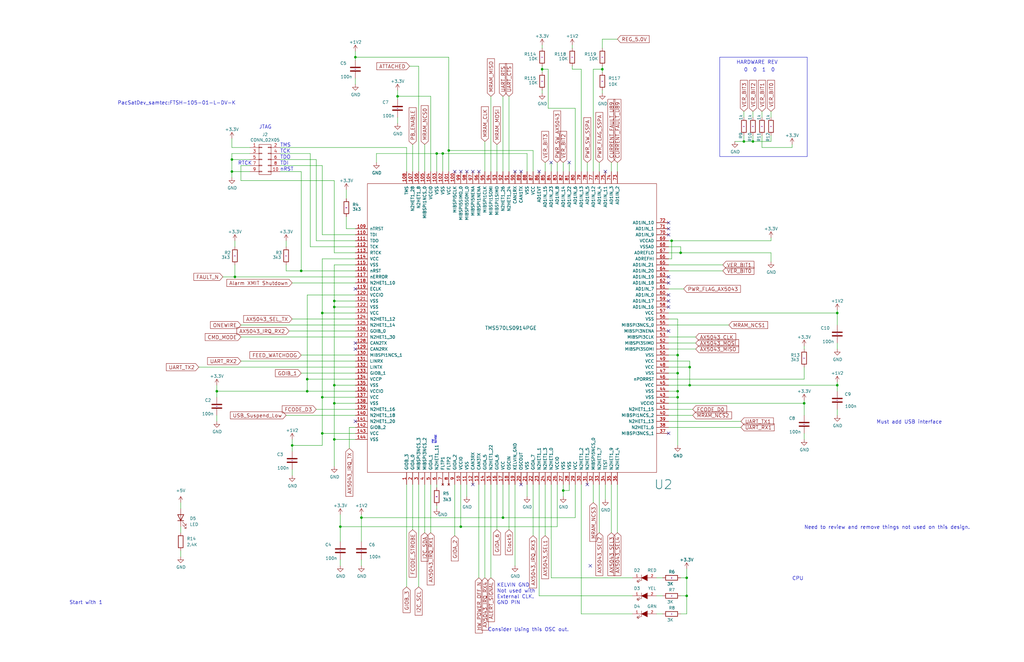
<source format=kicad_sch>
(kicad_sch (version 20230121) (generator eeschema)
  (paper "USLedger")
  (title_block (title "Radiation Tolerant PacSat Communication") (date "2023-06-17") (rev "1.1") (company "AMSAT-NA") (comment 1 "N5BRG"))
  (junction (at 129.54 165.1))
  (junction (at 140.97 170.18))
  (junction (at 194.31 222.25))
  (junction (at 285.75 165.1))
  (junction (at 313.69 59.69))
  (junction (at 140.97 162.56))
  (junction (at 152.4 218.44))
  (junction (at 189.23 63.5))
  (junction (at 285.75 157.48))
  (junction (at 353.06 132.08))
  (junction (at 97.79 67.31))
  (junction (at 143.51 222.25))
  (junction (at 285.75 149.86))
  (junction (at 129.54 160.02))
  (junction (at 287.02 106.68))
  (junction (at 228.6 29.21))
  (junction (at 184.15 64.77))
  (junction (at 99.06 116.84))
  (junction (at 290.83 154.94))
  (junction (at 289.56 251.46))
  (junction (at 149.86 24.13))
  (junction (at 289.56 243.84))
  (junction (at 140.97 127))
  (junction (at 212.09 218.44))
  (junction (at 167.64 40.64))
  (junction (at 237.49 207.01))
  (junction (at 135.89 132.08))
  (junction (at 91.44 165.1))
  (junction (at 353.06 162.56))
  (junction (at 135.89 167.64))
  (junction (at 135.89 182.88))
  (junction (at 339.09 170.18))
  (junction (at 140.97 129.54))
  (junction (at 317.5 59.69))
  (junction (at 285.75 167.64))
  (junction (at 127 114.3))
  (junction (at 140.97 185.42))
  (junction (at 186.69 64.77))
  (junction (at 97.79 72.39))
  (junction (at 123.19 187.96))
  (junction (at 283.21 101.6))
  (junction (at 290.83 162.56))
  (junction (at 254 29.21))
  (no_connect (at 281.94 96.52))
  (no_connect (at 281.94 124.46))
  (no_connect (at 191.77 72.39))
  (no_connect (at 232.41 68.58))
  (no_connect (at 281.94 139.7))
  (no_connect (at 199.39 204.47))
  (no_connect (at 199.39 72.39))
  (no_connect (at 281.94 129.54))
  (no_connect (at 281.94 182.88))
  (no_connect (at 196.85 72.39))
  (no_connect (at 194.31 72.39))
  (no_connect (at 227.33 72.39))
  (no_connect (at 219.71 204.47))
  (no_connect (at 281.94 127))
  (no_connect (at 217.17 72.39))
  (no_connect (at 149.86 144.78))
  (no_connect (at 149.86 177.8))
  (no_connect (at 219.71 72.39))
  (no_connect (at 281.94 119.38))
  (no_connect (at 281.94 99.06))
  (no_connect (at 149.86 147.32))
  (no_connect (at 201.93 72.39))
  (no_connect (at 248.92 238.76))
  (no_connect (at 281.94 116.84))
  (no_connect (at 255.27 72.39))
  (no_connect (at 149.86 121.92))
  (no_connect (at 247.65 204.47))
  (no_connect (at 281.94 93.98))
  (no_connect (at 240.03 68.58))
  (wire (pts (xy 245.11 259.08) (xy 266.7 259.08)))
  (wire (pts (xy 91.44 162.56) (xy 91.44 165.1)))
  (wire (pts (xy 285.75 165.1) (xy 281.94 165.1)))
  (wire (pts (xy 135.89 182.88) (xy 135.89 187.96)))
  (wire (pts (xy 129.54 124.46) (xy 129.54 160.02)))
  (wire (pts (xy 339.09 170.18) (xy 339.09 175.26)))
  (wire (pts (xy 133.35 101.6) (xy 133.35 67.31)))
  (wire (pts (xy 143.51 236.22) (xy 143.51 238.76)))
  (wire (pts (xy 232.41 68.58) (xy 232.41 72.39)))
  (wire (pts (xy 91.44 175.26) (xy 91.44 177.8)))
  (wire (pts (xy 140.97 170.18) (xy 149.86 170.18)))
  (wire (pts (xy 353.06 132.08) (xy 353.06 137.16)))
  (wire (pts (xy 252.73 204.47) (xy 252.73 224.79)))
  (wire (pts (xy 281.94 175.26) (xy 292.1 175.26)))
  (wire (pts (xy 152.4 217.17) (xy 152.4 218.44)))
  (wire (pts (xy 120.65 101.6) (xy 120.65 104.14)))
  (wire (pts (xy 140.97 127) (xy 149.86 127)))
  (wire (pts (xy 101.6 137.16) (xy 149.86 137.16)))
  (wire (pts (xy 285.75 149.86) (xy 285.75 157.48)))
  (wire (pts (xy 194.31 222.25) (xy 234.95 222.25)))
  (wire (pts (xy 149.86 109.22) (xy 135.89 109.22)))
  (wire (pts (xy 143.51 222.25) (xy 143.51 228.6)))
  (wire (pts (xy 127 72.39) (xy 118.11 72.39)))
  (wire (pts (xy 353.06 130.81) (xy 353.06 132.08)))
  (wire (pts (xy 140.97 76.2) (xy 101.6 76.2)))
  (wire (pts (xy 317.5 59.69) (xy 325.12 59.69)))
  (wire (pts (xy 123.19 187.96) (xy 123.19 190.5)))
  (wire (pts (xy 228.6 29.21) (xy 228.6 30.48)))
  (wire (pts (xy 97.79 62.23) (xy 97.79 58.42)))
  (wire (pts (xy 281.94 180.34) (xy 312.42 180.34)))
  (wire (pts (xy 101.6 142.24) (xy 149.86 142.24)))
  (wire (pts (xy 101.6 76.2) (xy 101.6 69.85)))
  (wire (pts (xy 146.05 96.52) (xy 149.86 96.52)))
  (wire (pts (xy 152.4 218.44) (xy 152.4 228.6)))
  (wire (pts (xy 204.47 243.84) (xy 204.47 204.47)))
  (wire (pts (xy 290.83 152.4) (xy 281.94 152.4)))
  (wire (pts (xy 287.02 243.84) (xy 289.56 243.84)))
  (wire (pts (xy 281.94 177.8) (xy 312.42 177.8)))
  (wire (pts (xy 133.35 67.31) (xy 118.11 67.31)))
  (wire (pts (xy 158.75 64.77) (xy 158.75 68.58)))
  (wire (pts (xy 252.73 68.58) (xy 252.73 72.39)))
  (wire (pts (xy 91.44 165.1) (xy 91.44 167.64)))
  (wire (pts (xy 212.09 218.44) (xy 242.57 218.44)))
  (wire (pts (xy 176.53 27.94) (xy 172.72 27.94)))
  (wire (pts (xy 129.54 124.46) (xy 149.86 124.46)))
  (wire (pts (xy 234.95 68.58) (xy 234.95 72.39)))
  (wire (pts (xy 247.65 68.58) (xy 247.65 72.39)))
  (wire (pts (xy 143.51 222.25) (xy 194.31 222.25)))
  (wire (pts (xy 229.87 204.47) (xy 229.87 226.06)))
  (wire (pts (xy 105.41 62.23) (xy 97.79 62.23)))
  (wire (pts (xy 99.06 116.84) (xy 149.86 116.84)))
  (wire (pts (xy 228.6 27.94) (xy 228.6 29.21)))
  (wire (pts (xy 234.95 222.25) (xy 234.95 204.47)))
  (wire (pts (xy 276.86 259.08) (xy 279.4 259.08)))
  (wire (pts (xy 135.89 187.96) (xy 123.19 187.96)))
  (wire (pts (xy 201.93 204.47) (xy 201.93 243.84)))
  (wire (pts (xy 260.35 204.47) (xy 260.35 224.79)))
  (wire (pts (xy 212.09 204.47) (xy 212.09 218.44)))
  (wire (pts (xy 353.06 144.78) (xy 353.06 147.32)))
  (wire (pts (xy 254 16.51) (xy 254 20.32)))
  (wire (pts (xy 304.8 114.3) (xy 281.94 114.3)))
  (wire (pts (xy 149.86 149.86) (xy 127 149.86)))
  (wire (pts (xy 149.86 152.4) (xy 101.6 152.4)))
  (wire (pts (xy 133.35 172.72) (xy 149.86 172.72)))
  (wire (pts (xy 250.19 29.21) (xy 254 29.21)))
  (wire (pts (xy 120.65 175.26) (xy 149.86 175.26)))
  (wire (pts (xy 207.01 72.39) (xy 207.01 40.64)))
  (wire (pts (xy 167.64 49.53) (xy 167.64 52.07)))
  (wire (pts (xy 191.77 204.47) (xy 191.77 226.06)))
  (wire (pts (xy 281.94 134.62) (xy 285.75 134.62)))
  (wire (pts (xy 127 114.3) (xy 127 72.39)))
  (polyline (pts (xy 340.36 24.13) (xy 303.53 24.13)))
  (wire (pts (xy 255.27 204.47) (xy 255.27 210.82)))
  (wire (pts (xy 281.94 121.92) (xy 288.29 121.92)))
  (wire (pts (xy 289.56 259.08) (xy 287.02 259.08)))
  (wire (pts (xy 140.97 111.76) (xy 140.97 127)))
  (wire (pts (xy 209.55 72.39) (xy 209.55 60.96)))
  (wire (pts (xy 240.03 207.01) (xy 240.03 204.47)))
  (wire (pts (xy 334.01 62.23) (xy 334.01 60.96)))
  (wire (pts (xy 257.81 204.47) (xy 257.81 224.79)))
  (wire (pts (xy 129.54 160.02) (xy 129.54 165.1)))
  (wire (pts (xy 222.25 64.77) (xy 222.25 72.39)))
  (wire (pts (xy 339.09 160.02) (xy 281.94 160.02)))
  (wire (pts (xy 339.09 146.05) (xy 339.09 147.32)))
  (wire (pts (xy 353.06 172.72) (xy 353.06 175.26)))
  (wire (pts (xy 245.11 72.39) (xy 245.11 29.21)))
  (wire (pts (xy 149.86 104.14) (xy 130.81 104.14)))
  (polyline (pts (xy 303.53 66.04) (xy 340.36 66.04)))
  (wire (pts (xy 209.55 204.47) (xy 209.55 223.52)))
  (wire (pts (xy 325.12 106.68) (xy 325.12 110.49)))
  (wire (pts (xy 179.07 224.79) (xy 179.07 204.47)))
  (wire (pts (xy 231.14 29.21) (xy 228.6 29.21)))
  (wire (pts (xy 99.06 111.76) (xy 99.06 116.84)))
  (wire (pts (xy 289.56 240.03) (xy 289.56 243.84)))
  (wire (pts (xy 97.79 72.39) (xy 105.41 72.39)))
  (wire (pts (xy 281.94 147.32) (xy 293.37 147.32)))
  (wire (pts (xy 254 38.1) (xy 254 39.37)))
  (wire (pts (xy 281.94 111.76) (xy 304.8 111.76)))
  (wire (pts (xy 281.94 109.22) (xy 283.21 109.22)))
  (wire (pts (xy 281.94 137.16) (xy 307.34 137.16)))
  (wire (pts (xy 127 157.48) (xy 149.86 157.48)))
  (wire (pts (xy 309.88 59.69) (xy 313.69 59.69)))
  (wire (pts (xy 237.49 68.58) (xy 237.49 72.39)))
  (wire (pts (xy 173.99 60.96) (xy 173.99 72.39)))
  (wire (pts (xy 91.44 165.1) (xy 129.54 165.1)))
  (wire (pts (xy 123.19 119.38) (xy 149.86 119.38)))
  (wire (pts (xy 181.61 204.47) (xy 181.61 224.79)))
  (wire (pts (xy 237.49 207.01) (xy 240.03 207.01)))
  (wire (pts (xy 222.25 204.47) (xy 222.25 209.55)))
  (wire (pts (xy 140.97 185.42) (xy 149.86 185.42)))
  (wire (pts (xy 204.47 72.39) (xy 204.47 59.69)))
  (wire (pts (xy 325.12 59.69) (xy 325.12 57.15)))
  (wire (pts (xy 171.45 72.39) (xy 171.45 62.23)))
  (wire (pts (xy 149.86 132.08) (xy 135.89 132.08)))
  (wire (pts (xy 135.89 132.08) (xy 135.89 167.64)))
  (wire (pts (xy 97.79 64.77) (xy 97.79 67.31)))
  (wire (pts (xy 130.81 104.14) (xy 130.81 64.77)))
  (wire (pts (xy 135.89 109.22) (xy 135.89 132.08)))
  (wire (pts (xy 167.64 38.1) (xy 167.64 40.64)))
  (wire (pts (xy 241.3 27.94) (xy 241.3 29.21)))
  (wire (pts (xy 127 114.3) (xy 149.86 114.3)))
  (wire (pts (xy 121.92 139.7) (xy 149.86 139.7)))
  (wire (pts (xy 227.33 204.47) (xy 227.33 251.46)))
  (wire (pts (xy 149.86 33.02) (xy 149.86 35.56)))
  (wire (pts (xy 290.83 162.56) (xy 353.06 162.56)))
  (wire (pts (xy 152.4 236.22) (xy 152.4 238.76)))
  (wire (pts (xy 283.21 109.22) (xy 283.21 101.6)))
  (wire (pts (xy 99.06 101.6) (xy 99.06 104.14)))
  (wire (pts (xy 140.97 129.54) (xy 149.86 129.54)))
  (wire (pts (xy 130.81 64.77) (xy 118.11 64.77)))
  (wire (pts (xy 212.09 40.64) (xy 212.09 72.39)))
  (wire (pts (xy 281.94 162.56) (xy 290.83 162.56)))
  (wire (pts (xy 194.31 222.25) (xy 194.31 204.47)))
  (wire (pts (xy 158.75 64.77) (xy 184.15 64.77)))
  (wire (pts (xy 184.15 213.36) (xy 184.15 214.63)))
  (wire (pts (xy 140.97 162.56) (xy 140.97 170.18)))
  (wire (pts (xy 135.89 69.85) (xy 118.11 69.85)))
  (wire (pts (xy 189.23 24.13) (xy 189.23 63.5)))
  (wire (pts (xy 140.97 162.56) (xy 149.86 162.56)))
  (wire (pts (xy 290.83 152.4) (xy 290.83 154.94)))
  (wire (pts (xy 229.87 68.58) (xy 229.87 72.39)))
  (wire (pts (xy 97.79 67.31) (xy 97.79 72.39)))
  (wire (pts (xy 353.06 161.29) (xy 353.06 162.56)))
  (wire (pts (xy 325.12 101.6) (xy 325.12 100.33)))
  (wire (pts (xy 149.86 24.13) (xy 149.86 25.4)))
  (wire (pts (xy 285.75 157.48) (xy 281.94 157.48)))
  (wire (pts (xy 242.57 218.44) (xy 242.57 204.47)))
  (polyline (pts (xy 340.36 66.04) (xy 340.36 24.13)))
  (wire (pts (xy 285.75 157.48) (xy 285.75 165.1)))
  (wire (pts (xy 186.69 64.77) (xy 186.69 72.39)))
  (wire (pts (xy 224.79 63.5) (xy 189.23 63.5)))
  (wire (pts (xy 105.41 67.31) (xy 97.79 67.31)))
  (wire (pts (xy 143.51 217.17) (xy 143.51 222.25)))
  (wire (pts (xy 242.57 45.72) (xy 242.57 72.39)))
  (wire (pts (xy 321.31 62.23) (xy 334.01 62.23)))
  (wire (pts (xy 184.15 72.39) (xy 184.15 64.77)))
  (wire (pts (xy 135.89 167.64) (xy 149.86 167.64)))
  (wire (pts (xy 232.41 243.84) (xy 266.7 243.84)))
  (wire (pts (xy 140.97 129.54) (xy 140.97 162.56)))
  (wire (pts (xy 129.54 165.1) (xy 149.86 165.1)))
  (wire (pts (xy 292.1 172.72) (xy 281.94 172.72)))
  (wire (pts (xy 317.5 49.53) (xy 317.5 46.99)))
  (wire (pts (xy 276.86 243.84) (xy 279.4 243.84)))
  (wire (pts (xy 339.09 154.94) (xy 339.09 160.02)))
  (wire (pts (xy 285.75 167.64) (xy 281.94 167.64)))
  (wire (pts (xy 232.41 204.47) (xy 232.41 243.84)))
  (wire (pts (xy 214.63 204.47) (xy 214.63 223.52)))
  (wire (pts (xy 149.86 99.06) (xy 135.89 99.06)))
  (wire (pts (xy 281.94 132.08) (xy 353.06 132.08)))
  (wire (pts (xy 186.69 64.77) (xy 222.25 64.77)))
  (wire (pts (xy 167.64 40.64) (xy 167.64 41.91)))
  (wire (pts (xy 105.41 64.77) (xy 97.79 64.77)))
  (wire (pts (xy 228.6 38.1) (xy 228.6 39.37)))
  (wire (pts (xy 281.94 144.78) (xy 293.37 144.78)))
  (polyline (pts (xy 303.53 24.13) (xy 303.53 66.04)))
  (wire (pts (xy 245.11 29.21) (xy 241.3 29.21)))
  (wire (pts (xy 242.57 45.72) (xy 231.14 45.72)))
  (wire (pts (xy 189.23 63.5) (xy 189.23 72.39)))
  (wire (pts (xy 152.4 218.44) (xy 212.09 218.44)))
  (wire (pts (xy 135.89 167.64) (xy 135.89 182.88)))
  (wire (pts (xy 289.56 243.84) (xy 289.56 251.46)))
  (wire (pts (xy 353.06 162.56) (xy 353.06 165.1)))
  (wire (pts (xy 135.89 182.88) (xy 149.86 182.88)))
  (wire (pts (xy 285.75 167.64) (xy 285.75 187.96)))
  (wire (pts (xy 321.31 57.15) (xy 321.31 62.23)))
  (wire (pts (xy 231.14 45.72) (xy 231.14 29.21)))
  (wire (pts (xy 101.6 69.85) (xy 105.41 69.85)))
  (wire (pts (xy 171.45 62.23) (xy 118.11 62.23)))
  (wire (pts (xy 281.94 142.24) (xy 293.37 142.24)))
  (wire (pts (xy 149.86 111.76) (xy 140.97 111.76)))
  (wire (pts (xy 120.65 114.3) (xy 120.65 111.76)))
  (wire (pts (xy 290.83 154.94) (xy 281.94 154.94)))
  (wire (pts (xy 281.94 104.14) (xy 287.02 104.14)))
  (wire (pts (xy 241.3 19.05) (xy 241.3 20.32)))
  (wire (pts (xy 257.81 68.58) (xy 257.81 72.39)))
  (wire (pts (xy 140.97 106.68) (xy 140.97 76.2)))
  (wire (pts (xy 224.79 72.39) (xy 224.79 63.5)))
  (wire (pts (xy 76.2 212.09) (xy 76.2 214.63)))
  (wire (pts (xy 171.45 247.65) (xy 171.45 204.47)))
  (wire (pts (xy 76.2 232.41) (xy 76.2 234.95)))
  (wire (pts (xy 240.03 68.58) (xy 240.03 72.39)))
  (wire (pts (xy 289.56 251.46) (xy 287.02 251.46)))
  (wire (pts (xy 283.21 101.6) (xy 325.12 101.6)))
  (wire (pts (xy 228.6 19.05) (xy 228.6 20.32)))
  (wire (pts (xy 149.86 160.02) (xy 129.54 160.02)))
  (wire (pts (xy 196.85 204.47) (xy 196.85 209.55)))
  (wire (pts (xy 250.19 72.39) (xy 250.19 29.21)))
  (wire (pts (xy 287.02 106.68) (xy 325.12 106.68)))
  (wire (pts (xy 281.94 101.6) (xy 283.21 101.6)))
  (wire (pts (xy 140.97 170.18) (xy 140.97 185.42)))
  (wire (pts (xy 289.56 251.46) (xy 289.56 259.08)))
  (wire (pts (xy 173.99 223.52) (xy 173.99 204.47)))
  (wire (pts (xy 146.05 91.44) (xy 146.05 96.52)))
  (wire (pts (xy 281.94 170.18) (xy 339.09 170.18)))
  (wire (pts (xy 313.69 46.99) (xy 313.69 49.53)))
  (wire (pts (xy 123.19 185.42) (xy 123.19 187.96)))
  (wire (pts (xy 149.86 106.68) (xy 140.97 106.68)))
  (wire (pts (xy 290.83 154.94) (xy 290.83 162.56)))
  (wire (pts (xy 214.63 40.64) (xy 214.63 72.39)))
  (wire (pts (xy 224.79 226.06) (xy 224.79 204.47)))
  (wire (pts (xy 217.17 204.47) (xy 217.17 238.76)))
  (wire (pts (xy 285.75 165.1) (xy 285.75 167.64)))
  (wire (pts (xy 149.86 24.13) (xy 189.23 24.13)))
  (wire (pts (xy 339.09 182.88) (xy 339.09 185.42)))
  (wire (pts (xy 149.86 180.34) (xy 147.32 180.34)))
  (wire (pts (xy 276.86 251.46) (xy 279.4 251.46)))
  (wire (pts (xy 254 29.21) (xy 254 30.48)))
  (wire (pts (xy 313.69 59.69) (xy 317.5 59.69)))
  (wire (pts (xy 147.32 180.34) (xy 147.32 189.23)))
  (wire (pts (xy 184.15 204.47) (xy 184.15 205.74)))
  (wire (pts (xy 237.49 204.47) (xy 237.49 207.01)))
  (wire (pts (xy 227.33 251.46) (xy 266.7 251.46)))
  (wire (pts (xy 181.61 40.64) (xy 181.61 72.39)))
  (wire (pts (xy 184.15 64.77) (xy 186.69 64.77)))
  (wire (pts (xy 76.2 222.25) (xy 76.2 224.79)))
  (wire (pts (xy 167.64 40.64) (xy 181.61 40.64)))
  (wire (pts (xy 339.09 168.91) (xy 339.09 170.18)))
  (wire (pts (xy 281.94 106.68) (xy 287.02 106.68)))
  (wire (pts (xy 313.69 59.69) (xy 313.69 57.15)))
  (wire (pts (xy 176.53 27.94) (xy 176.53 72.39)))
  (wire (pts (xy 250.19 204.47) (xy 250.19 212.09)))
  (wire (pts (xy 237.49 207.01) (xy 237.49 209.55)))
  (wire (pts (xy 97.79 72.39) (xy 97.79 74.93)))
  (wire (pts (xy 245.11 204.47) (xy 245.11 259.08)))
  (wire (pts (xy 149.86 154.94) (xy 83.82 154.94)))
  (wire (pts (xy 254 27.94) (xy 254 29.21)))
  (wire (pts (xy 287.02 104.14) (xy 287.02 106.68)))
  (wire (pts (xy 135.89 99.06) (xy 135.89 69.85)))
  (wire (pts (xy 123.19 198.12) (xy 123.19 200.66)))
  (wire (pts (xy 321.31 49.53) (xy 321.31 46.99)))
  (wire (pts (xy 146.05 80.01) (xy 146.05 83.82)))
  (wire (pts (xy 260.35 68.58) (xy 260.35 72.39)))
  (wire (pts (xy 149.86 101.6) (xy 133.35 101.6)))
  (wire (pts (xy 179.07 72.39) (xy 179.07 60.96)))
  (wire (pts (xy 207.01 243.84) (xy 207.01 204.47)))
  (wire (pts (xy 140.97 185.42) (xy 140.97 196.85)))
  (wire (pts (xy 140.97 127) (xy 140.97 129.54)))
  (wire (pts (xy 285.75 134.62) (xy 285.75 149.86)))
  (wire (pts (xy 93.98 116.84) (xy 99.06 116.84)))
  (wire (pts (xy 176.53 204.47) (xy 176.53 247.65)))
  (wire (pts (xy 325.12 49.53) (xy 325.12 46.99)))
  (wire (pts (xy 120.65 114.3) (xy 127 114.3)))
  (wire (pts (xy 260.35 16.51) (xy 254 16.51)))
  (wire (pts (xy 317.5 57.15) (xy 317.5 59.69)))
  (wire (pts (xy 281.94 149.86) (xy 285.75 149.86)))
  (wire (pts (xy 149.86 21.59) (xy 149.86 24.13)))
  (wire (pts (xy 123.19 134.62) (xy 149.86 134.62)))
  (text "CPU" (at 334.01 245.11 0) (effects (font (size 1.524 1.524)) (justify left bottom)))
  (text "RTCK" (at 100.33 69.85 0) (effects (font (size 1.524 1.524)) (justify left bottom)))
  (text "PacSatDev_samtec:FTSH-105-01-L-DV-K" (at 49.53 44.45 0) (effects (font (size 1.524 1.524)) (justify left bottom)))
  (text "1" (at 321.31 30.48 0) (effects (font (size 1.524 1.524)) (justify left bottom)))
  (text "0" (at 313.69 30.48 0) (effects (font (size 1.524 1.524)) (justify left bottom)))
  (text "TCK" (at 118.11 64.77 0) (effects (font (size 1.524 1.524)) (justify left bottom)))
  (text "nRST" (at 118.11 72.39 0) (effects (font (size 1.524 1.524)) (justify left bottom)))
  (text "Consider Using this OSC out." (at 205.74 266.7 0) (effects (font (size 1.524 1.524)) (justify left bottom)))
  (text "TDI" (at 118.11 69.85 0) (effects (font (size 1.524 1.524)) (justify left bottom)))
  (text "JTAG" (at 109.22 54.61 0) (effects (font (size 1.524 1.524)) (justify left bottom)))
  (text "Need to review and remove things not used on this design." (at 339.09 223.52 0) (effects (font (size 1.524 1.524)) (justify left bottom)))
  (text "Must add USB interface" (at 369.57 179.07 0) (effects (font (size 1.524 1.524)) (justify left bottom)))
  (text "HARDWARE REV" (at 310.515 27.305 0) (effects (font (size 1.524 1.524)) (justify left bottom)))
  (text "Start with 1" (at 29.21 255.27 0) (effects (font (size 1.524 1.524)) (justify left bottom)))
  (text "HW\nSENSE" (at 184.15 187.325 90) (effects (font (size 0.762 0.762)) (justify left bottom)))
  (text "0" (at 325.12 30.48 0) (effects (font (size 1.524 1.524)) (justify left bottom)))
  (text "0" (at 317.5 30.48 0) (effects (font (size 1.524 1.524)) (justify left bottom)))
  (text "KELVIN GND\nNot used with\nExternal CLK.\nGND PIN" (at 209.55 255.27 0) (effects (font (size 1.524 1.524)) (justify left bottom)))
  (text "TDO" (at 118.11 67.31 0) (effects (font (size 1.524 1.524)) (justify left bottom)))
  (text "TMS" (at 118.11 62.23 0) (effects (font (size 1.524 1.524)) (justify left bottom)))
  (global_label "FCODE_STROBE" (shape input) (at 173.99 223.52 270) (effects (font (size 1.524 1.524))) (property "Intersheetrefs" "${INTERSHEET_REFS}" (effects hide)))
  (global_label "VER_BIT2" (shape input) (at 237.49 68.58 90) (effects (font (size 1.524 1.524))) (property "Intersheetrefs" "${INTERSHEET_REFS}" (effects hide)))
  (global_label "UART_RX2" (shape input) (at 101.6 152.4 180) (effects (font (size 1.524 1.524))) (property "Intersheetrefs" "${INTERSHEET_REFS}" (effects hide)))
  (global_label "AX5043_IRQ_RX2" (shape input) (at 121.92 139.7 180) (effects (font (size 1.524 1.524))) (property "Intersheetrefs" "${INTERSHEET_REFS}" (effects hide)))
  (global_label "CMD_MODE" (shape input) (at 101.6 142.24 180) (effects (font (size 1.524 1.524))) (property "Intersheetrefs" "${INTERSHEET_REFS}" (effects hide)))
  (global_label "AX5043_SEL1" (shape input) (at 229.87 226.06 270) (effects (font (size 1.524 1.524))) (property "Intersheetrefs" "${INTERSHEET_REFS}" (effects hide)))
  (global_label "VER_BIT1" (shape input) (at 304.8 111.76 0) (effects (font (size 1.524 1.524))) (property "Intersheetrefs" "${INTERSHEET_REFS}" (effects hide)))
  (global_label "MRAM_NCS0" (shape input) (at 179.07 60.96 90) (effects (font (size 1.524 1.524))) (property "Intersheetrefs" "${INTERSHEET_REFS}" (effects hide)))
  (global_label "MRAM_MISO" (shape input) (at 207.01 40.64 90) (effects (font (size 1.524 1.524))) (property "Intersheetrefs" "${INTERSHEET_REFS}" (effects hide)))
  (global_label "VER_BIT0" (shape input) (at 304.8 114.3 0) (effects (font (size 1.524 1.524))) (property "Intersheetrefs" "${INTERSHEET_REFS}" (effects hide)))
  (global_label "AX5043_SEL2" (shape input) (at 252.73 224.79 270) (effects (font (size 1.524 1.524))) (property "Intersheetrefs" "${INTERSHEET_REFS}" (effects hide)))
  (global_label "ONEWIRE" (shape input) (at 101.6 137.16 180) (effects (font (size 1.524 1.524))) (property "Intersheetrefs" "${INTERSHEET_REFS}" (effects hide)))
  (global_label "UART_TX2" (shape input) (at 83.82 154.94 180) (effects (font (size 1.524 1.524))) (property "Intersheetrefs" "${INTERSHEET_REFS}" (effects hide)))
  (global_label "AX5043_IRQ_RX1" (shape input) (at 181.61 224.79 270) (effects (font (size 1.524 1.524))) (property "Intersheetrefs" "${INTERSHEET_REFS}" (effects hide)))
  (global_label "GIOA_6" (shape input) (at 209.55 223.52 270) (effects (font (size 1.524 1.524))) (property "Intersheetrefs" "${INTERSHEET_REFS}" (effects hide)))
  (global_label "PWR_FLAG_AX5043" (shape input) (at 288.29 121.92 0) (effects (font (size 1.524 1.524))) (property "Intersheetrefs" "${INTERSHEET_REFS}" (effects hide)))
  (global_label "PWR_SW_SSPA" (shape input) (at 247.65 68.58 90) (effects (font (size 1.524 1.524))) (property "Intersheetrefs" "${INTERSHEET_REFS}" (effects hide)))
  (global_label "AX5043_IRQ_RX4" (shape input) (at 204.47 243.84 270) (effects (font (size 1.524 1.524))) (property "Intersheetrefs" "${INTERSHEET_REFS}" (effects hide)))
  (global_label "FEED_WATCHDOG" (shape input) (at 127 149.86 180) (effects (font (size 1.524 1.524))) (property "Intersheetrefs" "${INTERSHEET_REFS}" (effects hide)))
  (global_label "ALERT_SIGNAL" (shape input) (at 207.01 243.84 270) (effects (font (size 1.524 1.524))) (property "Intersheetrefs" "${INTERSHEET_REFS}" (effects hide)))
  (global_label "AX5043_IRQ_TX" (shape input) (at 147.32 189.23 270) (effects (font (size 1.524 1.524))) (property "Intersheetrefs" "${INTERSHEET_REFS}" (effects hide)))
  (global_label "FAULT_N" (shape input) (at 93.98 116.84 180) (effects (font (size 1.524 1.524))) (property "Intersheetrefs" "${INTERSHEET_REFS}" (effects hide)))
  (global_label "USB_Suspend_Low" (shape input) (at 120.65 175.26 180) (effects (font (size 1.524 1.524))) (property "Intersheetrefs" "${INTERSHEET_REFS}" (effects hide)))
  (global_label "AX5043_SEL4" (shape input) (at 260.35 224.79 270) (effects (font (size 1.524 1.524))) (property "Intersheetrefs" "${INTERSHEET_REFS}" (effects hide)))
  (global_label "UART_TX1" (shape input) (at 312.42 177.8 0) (effects (font (size 1.524 1.524))) (property "Intersheetrefs" "${INTERSHEET_REFS}" (effects hide)))
  (global_label "CURRENT_FAULT_U89" (shape input) (at 260.35 68.58 90) (effects (font (size 1.524 1.524))) (property "Intersheetrefs" "${INTERSHEET_REFS}" (effects hide)))
  (global_label "MRAM_NCS2" (shape input) (at 292.1 175.26 0) (effects (font (size 1.524 1.524))) (property "Intersheetrefs" "${INTERSHEET_REFS}" (effects hide)))
  (global_label "MRAM_CLK" (shape input) (at 204.47 59.69 90) (effects (font (size 1.524 1.524))) (property "Intersheetrefs" "${INTERSHEET_REFS}" (effects hide)))
  (global_label "MRAM_NCS3" (shape input) (at 250.19 212.09 270) (effects (font (size 1.524 1.524))) (property "Intersheetrefs" "${INTERSHEET_REFS}" (effects hide)))
  (global_label "AX5043_IRQ_RX3" (shape input) (at 224.79 226.06 270) (effects (font (size 1.524 1.524))) (property "Intersheetrefs" "${INTERSHEET_REFS}" (effects hide)))
  (global_label "GOIB_1" (shape input) (at 127 157.48 180) (effects (font (size 1.524 1.524))) (property "Intersheetrefs" "${INTERSHEET_REFS}" (effects hide)))
  (global_label "PWR_FLAG_SSPA" (shape input) (at 252.73 68.58 90) (effects (font (size 1.524 1.524))) (property "Intersheetrefs" "${INTERSHEET_REFS}" (effects hide)))
  (global_label "I2C_SDA" (shape input) (at 179.07 224.79 270) (effects (font (size 1.524 1.524))) (property "Intersheetrefs" "${INTERSHEET_REFS}" (effects hide)))
  (global_label "Alarm XMIT Shutdown" (shape input) (at 123.19 119.38 180) (effects (font (size 1.524 1.524))) (property "Intersheetrefs" "${INTERSHEET_REFS}" (effects hide)))
  (global_label "MRAM_MOSI" (shape input) (at 209.55 60.96 90) (effects (font (size 1.524 1.524))) (property "Intersheetrefs" "${INTERSHEET_REFS}" (effects hide)))
  (global_label "GIOA_2" (shape input) (at 191.77 226.06 270) (effects (font (size 1.524 1.524))) (property "Intersheetrefs" "${INTERSHEET_REFS}" (effects hide)))
  (global_label "GIOB_3" (shape input) (at 171.45 247.65 270) (effects (font (size 1.524 1.524))) (property "Intersheetrefs" "${INTERSHEET_REFS}" (effects hide)))
  (global_label "PB_ENABLE" (shape input) (at 173.99 60.96 90) (effects (font (size 1.524 1.524))) (property "Intersheetrefs" "${INTERSHEET_REFS}" (effects hide)))
  (global_label "VER_BIT3" (shape input) (at 313.69 46.99 90) (effects (font (size 1.524 1.524))) (property "Intersheetrefs" "${INTERSHEET_REFS}" (effects hide)))
  (global_label "UART_RX1" (shape input) (at 312.42 180.34 0) (effects (font (size 1.524 1.524))) (property "Intersheetrefs" "${INTERSHEET_REFS}" (effects hide)))
  (global_label "FCODE_D0" (shape input) (at 292.1 172.72 0) (effects (font (size 1.524 1.524))) (property "Intersheetrefs" "${INTERSHEET_REFS}" (effects hide)))
  (global_label "AX5043_SEL_TX" (shape input) (at 123.19 134.62 180) (effects (font (size 1.524 1.524))) (property "Intersheetrefs" "${INTERSHEET_REFS}" (effects hide)))
  (global_label "AX5043_SEL3" (shape input) (at 257.81 224.79 270) (effects (font (size 1.524 1.524))) (property "Intersheetrefs" "${INTERSHEET_REFS}" (effects hide)))
  (global_label "AX5043_CLK" (shape input) (at 293.37 142.24 0) (effects (font (size 1.524 1.524))) (property "Intersheetrefs" "${INTERSHEET_REFS}" (effects hide)))
  (global_label "VER_BIT3" (shape input) (at 229.87 68.58 90) (effects (font (size 1.524 1.524))) (property "Intersheetrefs" "${INTERSHEET_REFS}" (effects hide)))
  (global_label "ATTACHED" (shape input) (at 172.72 27.94 180) (effects (font (size 1.524 1.524))) (property "Intersheetrefs" "${INTERSHEET_REFS}" (effects hide)))
  (global_label "AX5043_MISO" (shape input) (at 293.37 147.32 0) (effects (font (size 1.524 1.524))) (property "Intersheetrefs" "${INTERSHEET_REFS}" (effects hide)))
  (global_label "REG_5.0V" (shape input) (at 260.35 16.51 0) (effects (font (size 1.524 1.524))) (property "Intersheetrefs" "${INTERSHEET_REFS}" (effects hide)))
  (global_label "MRAM_NCS1" (shape input) (at 307.34 137.16 0) (effects (font (size 1.524 1.524))) (property "Intersheetrefs" "${INTERSHEET_REFS}" (effects hide)))
  (global_label "UART_RTS" (shape input) (at 212.09 40.64 90) (effects (font (size 1.524 1.524))) (property "Intersheetrefs" "${INTERSHEET_REFS}" (effects hide)))
  (global_label "UART_CTS" (shape input) (at 214.63 40.64 90) (effects (font (size 1.524 1.524))) (property "Intersheetrefs" "${INTERSHEET_REFS}" (effects hide)))
  (global_label "CURRENT_FAULT_U89" (shape input) (at 257.81 68.58 90) (effects (font (size 1.524 1.524))) (property "Intersheetrefs" "${INTERSHEET_REFS}" (effects hide)))
  (global_label "VER_BIT1" (shape input) (at 321.31 46.99 90) (effects (font (size 1.524 1.524))) (property "Intersheetrefs" "${INTERSHEET_REFS}" (effects hide)))
  (global_label "HW_POWER_OFF_N" (shape input) (at 201.93 243.84 270) (effects (font (size 1.524 1.524))) (property "Intersheetrefs" "${INTERSHEET_REFS}" (effects hide)))
  (global_label "Clock5" (shape input) (at 214.63 223.52 270) (effects (font (size 1.524 1.524))) (property "Intersheetrefs" "${INTERSHEET_REFS}" (effects hide)))
  (global_label "PWR_SW_AX5043" (shape input) (at 234.95 68.58 90) (effects (font (size 1.524 1.524))) (property "Intersheetrefs" "${INTERSHEET_REFS}" (effects hide)))
  (global_label "FCODE_D3" (shape input) (at 133.35 172.72 180) (effects (font (size 1.524 1.524))) (property "Intersheetrefs" "${INTERSHEET_REFS}" (effects hide)))
  (global_label "AX5043_MOSI" (shape input) (at 293.37 144.78 0) (effects (font (size 1.524 1.524))) (property "Intersheetrefs" "${INTERSHEET_REFS}" (effects hide)))
  (global_label "VER_BIT2" (shape input) (at 317.5 46.99 90) (effects (font (size 1.524 1.524))) (property "Intersheetrefs" "${INTERSHEET_REFS}" (effects hide)))
  (global_label "VER_BIT0" (shape input) (at 325.12 46.99 90) (effects (font (size 1.524 1.524))) (property "Intersheetrefs" "${INTERSHEET_REFS}" (effects hide)))
  (global_label "I2C_SCL" (shape input) (at 176.53 247.65 270) (effects (font (size 1.524 1.524))) (property "Intersheetrefs" "${INTERSHEET_REFS}" (effects hide)))
  (symbol (lib_id "PACSAT_ICs:TMS570LS0914PGE") (at 215.9 138.43 0) (unit 1)
    (property "Reference" "U2" (at 275.59 204.47 0) (effects (font (size 3.81 3.81)) (justify left)))
    (property "Value" "TMS570LS0914PGE" (at 204.47 138.43 0) (effects (font (size 1.524 1.524)) (justify left)))
    (property "Footprint" "PacSatDev_ti:TQFP-144_20x20mm_Pitch0.5mm" (effects hide))
  )
  (symbol (lib_id "power:GND") (at 196.85 209.55 0) (unit 1)
    (property "Reference" "#PWR023" (effects hide))
    (property "Value" "GND" (at 196.977 213.9442 0))
  )
  (symbol (lib_id "power:GND") (at 285.75 187.96 0) (unit 1)
    (property "Reference" "#PWR027" (effects hide))
    (property "Value" "GND" (at 285.877 192.3542 0))
  )
  (symbol (lib_id "Device:R") (at 120.65 107.95 0) (unit 1)
    (property "Reference" "R3" (at 116.205 106.68 0) (effects (justify left)))
    (property "Value" "3k3" (at 114.935 108.585 0) (effects (justify left)))
    (property "Footprint" "Resistor_SMD:R_0603_1608Metric_Pad0.98x0.95mm_HandSolder" (effects hide))
    (property "Datasheet" "~" (at 120.65 107.95 0))
  )
  (symbol (lib_id "power:GND") (at 140.97 196.85 0) (unit 1)
    (property "Reference" "#PWR011" (effects hide))
    (property "Value" "GND" (at 141.097 201.2442 0))
  )
  (symbol (lib_id "power:GND") (at 222.25 209.55 0) (unit 1)
    (property "Reference" "#PWR024" (effects hide))
    (property "Value" "GND" (at 222.377 213.9442 0))
  )
  (symbol (lib_id "power:GND") (at 237.49 209.55 0) (unit 1)
    (property "Reference" "#PWR025" (effects hide))
    (property "Value" "GND" (at 237.617 213.9442 0))
  )
  (symbol (lib_id "power:GND") (at 158.75 68.58 0) (unit 1)
    (property "Reference" "#PWR019" (effects hide))
    (property "Value" "GND" (at 158.877 72.9742 0))
  )
  (symbol (lib_id "Device:C") (at 353.06 168.91 0) (unit 1)
    (property "Reference" "C9" (at 357.505 166.37 0))
    (property "Value" "100n" (at 358.775 171.45 0))
    (property "Footprint" "Capacitor_SMD:C_0603_1608Metric_Pad1.08x0.95mm_HandSolder" (effects hide))
    (property "Datasheet" "~" (at 353.06 168.91 0))
  )
  (symbol (lib_id "power:GND") (at 353.06 175.26 0) (unit 1)
    (property "Reference" "#PWR049" (effects hide))
    (property "Value" "GND" (at 353.187 179.6542 0))
  )
  (symbol (lib_id "Device:C") (at 167.64 45.72 0) (unit 1)
    (property "Reference" "C7" (at 162.56 43.18 0))
    (property "Value" "100n" (at 163.83 48.895 0))
    (property "Footprint" "Capacitor_SMD:C_0603_1608Metric_Pad1.08x0.95mm_HandSolder" (effects hide))
    (property "Datasheet" "~" (at 167.64 45.72 0))
  )
  (symbol (lib_id "power:GND") (at 167.64 52.07 0) (unit 1)
    (property "Reference" "#PWR021" (effects hide))
    (property "Value" "GND" (at 167.767 56.4642 0))
  )
  (symbol (lib_id "Device:C") (at 339.09 179.07 0) (unit 1)
    (property "Reference" "C8" (at 334.01 176.53 0))
    (property "Value" "100n" (at 335.28 182.245 0))
    (property "Footprint" "Capacitor_SMD:C_0603_1608Metric_Pad1.08x0.95mm_HandSolder" (effects hide))
    (property "Datasheet" "~" (at 339.09 179.07 0))
  )
  (symbol (lib_id "power:GND") (at 339.09 185.42 0) (unit 1)
    (property "Reference" "#PWR041" (effects hide))
    (property "Value" "GND" (at 339.217 189.8142 0))
  )
  (symbol (lib_id "Device:C") (at 353.06 140.97 0) (unit 1)
    (property "Reference" "C10" (at 347.98 138.43 0))
    (property "Value" "100n" (at 349.25 144.145 0))
    (property "Footprint" "Capacitor_SMD:C_0603_1608Metric_Pad1.08x0.95mm_HandSolder" (effects hide))
    (property "Datasheet" "~" (at 353.06 140.97 0))
  )
  (symbol (lib_id "power:GND") (at 353.06 147.32 0) (unit 1)
    (property "Reference" "#PWR064" (effects hide))
    (property "Value" "GND" (at 353.187 151.7142 0))
  )
  (symbol (lib_id "Device:C") (at 149.86 29.21 0) (unit 1)
    (property "Reference" "C5" (at 144.78 26.67 0))
    (property "Value" "100n" (at 146.05 32.385 0))
    (property "Footprint" "Capacitor_SMD:C_0603_1608Metric_Pad1.08x0.95mm_HandSolder" (effects hide))
    (property "Datasheet" "~" (at 149.86 29.21 0))
  )
  (symbol (lib_id "power:GND") (at 149.86 35.56 0) (unit 1)
    (property "Reference" "#PWR016" (effects hide))
    (property "Value" "GND" (at 149.987 39.9542 0))
  )
  (symbol (lib_id "Device:C") (at 152.4 232.41 0) (unit 1)
    (property "Reference" "C6" (at 156.845 229.87 0))
    (property "Value" "100n" (at 158.115 234.95 0))
    (property "Footprint" "Capacitor_SMD:C_0603_1608Metric_Pad1.08x0.95mm_HandSolder" (effects hide))
    (property "Datasheet" "~" (at 152.4 232.41 0))
  )
  (symbol (lib_id "power:GND") (at 152.4 238.76 0) (unit 1)
    (property "Reference" "#PWR018" (effects hide))
    (property "Value" "GND" (at 152.527 243.1542 0))
  )
  (symbol (lib_id "Device:C") (at 143.51 232.41 0) (unit 1)
    (property "Reference" "C4" (at 138.43 229.87 0))
    (property "Value" "100n" (at 139.7 235.585 0))
    (property "Footprint" "Capacitor_SMD:C_0603_1608Metric_Pad1.08x0.95mm_HandSolder" (effects hide))
    (property "Datasheet" "~" (at 143.51 232.41 0))
  )
  (symbol (lib_id "power:GND") (at 143.51 238.76 0) (unit 1)
    (property "Reference" "#PWR013" (effects hide))
    (property "Value" "GND" (at 143.637 243.1542 0))
  )
  (symbol (lib_id "Device:C") (at 123.19 194.31 0) (unit 1)
    (property "Reference" "C3" (at 118.11 191.77 0))
    (property "Value" "100n" (at 119.38 197.485 0))
    (property "Footprint" "Capacitor_SMD:C_0603_1608Metric_Pad1.08x0.95mm_HandSolder" (effects hide))
    (property "Datasheet" "~" (at 123.19 194.31 0))
  )
  (symbol (lib_id "power:GND") (at 123.19 200.66 0) (unit 1)
    (property "Reference" "#PWR010" (effects hide))
    (property "Value" "GND" (at 123.317 205.0542 0))
  )
  (symbol (lib_id "Device:C") (at 91.44 171.45 0) (unit 1)
    (property "Reference" "C2" (at 86.36 168.91 0) (effects (justify left)))
    (property "Value" "100n" (at 87.63 174.625 0))
    (property "Footprint" "Capacitor_SMD:C_0603_1608Metric_Pad1.08x0.95mm_HandSolder" (effects hide))
    (property "Datasheet" "~" (at 91.44 171.45 0))
  )
  (symbol (lib_id "power:GND") (at 91.44 177.8 0) (unit 1)
    (property "Reference" "#PWR03" (effects hide))
    (property "Value" "GND" (at 91.567 182.1942 0))
  )
  (symbol (lib_id "PACSAT_DEV_misc:CONN_02X05") (at 111.76 67.31 0) (unit 1)
    (property "Reference" "J2" (at 111.76 56.769 0))
    (property "Value" "CONN_02X05" (at 111.76 59.0804 0))
    (property "Footprint" "PacSatDev_samtec:FTSH-105-01-L-DV-K" (effects hide))
  )
  (symbol (lib_id "power:GND") (at 97.79 74.93 0) (unit 1)
    (property "Reference" "#PWR05" (effects hide))
    (property "Value" "GND" (at 97.917 79.3242 0))
  )
  (symbol (lib_id "Device:R") (at 146.05 87.63 0) (unit 1)
    (property "Reference" "R4" (at 148.59 86.36 0) (effects (justify left)))
    (property "Value" "3k3" (at 148.59 88.265 0) (effects (justify left)))
    (property "Footprint" "Resistor_SMD:R_0603_1608Metric_Pad0.98x0.95mm_HandSolder" (effects hide))
    (property "Datasheet" "~" (at 146.05 87.63 0))
  )
  (symbol (lib_id "Device:R") (at 99.06 107.95 0) (unit 1)
    (property "Reference" "R2" (at 94.615 106.68 0) (effects (justify left)))
    (property "Value" "3k3" (at 93.345 108.585 0) (effects (justify left)))
    (property "Footprint" "Resistor_SMD:R_0603_1608Metric_Pad0.98x0.95mm_HandSolder" (effects hide))
    (property "Datasheet" "~" (at 99.06 107.95 0))
  )
  (symbol (lib_id "power:GND") (at 255.27 210.82 0) (unit 1)
    (property "Reference" "#PWR026" (effects hide))
    (property "Value" "GND" (at 255.397 215.2142 0))
  )
  (symbol (lib_id "power:GND") (at 325.12 110.49 0) (unit 1)
    (property "Reference" "#PWR031" (effects hide))
    (property "Value" "GND" (at 325.247 114.8842 0))
  )
  (symbol (lib_id "PACSAT_DEV_misc:LED") (at 271.78 243.84 0) (unit 1)
    (property "Reference" "D2" (at 268.605 240.665 0))
    (property "Value" "RED" (at 274.955 240.665 0))
    (property "Footprint" "LED_SMD:LED_0603_1608Metric_Pad1.05x0.95mm_HandSolder" (effects hide))
  )
  (symbol (lib_id "PACSAT_DEV_misc:LED") (at 271.78 251.46 0) (unit 1)
    (property "Reference" "D3" (at 268.605 248.285 0))
    (property "Value" "YEL" (at 274.955 248.285 0))
    (property "Footprint" "LED_SMD:LED_0603_1608Metric_Pad1.05x0.95mm_HandSolder" (effects hide))
  )
  (symbol (lib_id "PACSAT_DEV_misc:LED") (at 271.78 259.08 0) (unit 1)
    (property "Reference" "D4" (at 268.605 255.905 0))
    (property "Value" "GRN" (at 274.955 255.905 0))
    (property "Footprint" "LED_SMD:LED_0603_1608Metric_Pad1.05x0.95mm_HandSolder" (effects hide))
  )
  (symbol (lib_id "Device:R") (at 283.21 243.84 270) (unit 1)
    (property "Reference" "R6" (at 281.94 241.3 90) (effects (justify left)))
    (property "Value" "3K" (at 281.305 246.38 90) (effects (justify left)))
    (property "Footprint" "Resistor_SMD:R_0603_1608Metric_Pad0.98x0.95mm_HandSolder" (effects hide))
    (property "Datasheet" "~" (at 283.21 243.84 0))
  )
  (symbol (lib_id "Device:R") (at 283.21 251.46 270) (unit 1)
    (property "Reference" "R7" (at 281.94 248.92 90) (effects (justify left)))
    (property "Value" "3K" (at 281.305 254 90) (effects (justify left)))
    (property "Footprint" "Resistor_SMD:R_0603_1608Metric_Pad0.98x0.95mm_HandSolder" (effects hide))
    (property "Datasheet" "~" (at 283.21 251.46 0))
  )
  (symbol (lib_id "Device:R") (at 283.21 259.08 270) (unit 1)
    (property "Reference" "R8" (at 281.94 256.54 90) (effects (justify left)))
    (property "Value" "3K" (at 281.305 261.62 90) (effects (justify left)))
    (property "Footprint" "Resistor_SMD:R_0603_1608Metric_Pad0.98x0.95mm_HandSolder" (effects hide))
    (property "Datasheet" "~" (at 283.21 259.08 0))
  )
  (symbol (lib_id "Device:R") (at 339.09 151.13 0) (unit 1)
    (property "Reference" "R13" (at 333.375 149.86 0) (effects (justify left)))
    (property "Value" "3k3" (at 333.375 151.765 0) (effects (justify left)))
    (property "Footprint" "Resistor_SMD:R_0603_1608Metric_Pad0.98x0.95mm_HandSolder" (effects hide))
    (property "Datasheet" "~" (at 339.09 151.13 0))
  )
  (symbol (lib_id "power:GND") (at 184.15 214.63 0) (unit 1)
    (property "Reference" "#PWR022" (effects hide))
    (property "Value" "GND" (at 186.69 217.17 0))
  )
  (symbol (lib_id "power:GND") (at 309.88 59.69 0) (unit 1)
    (property "Reference" "#PWR029" (effects hide))
    (property "Value" "GND" (at 310.007 64.0842 0))
  )
  (symbol (lib_id "Device:R") (at 313.69 53.34 180) (unit 1)
    (property "Reference" "R9" (at 312.42 55.88 90) (effects (justify left)))
    (property "Value" "1k" (at 312.42 48.26 90) (effects (justify left)))
    (property "Footprint" "Resistor_SMD:R_0603_1608Metric_Pad0.98x0.95mm_HandSolder" (effects hide))
    (property "Datasheet" "~" (at 313.69 53.34 0))
  )
  (symbol (lib_id "Device:R") (at 317.5 53.34 180) (unit 1)
    (property "Reference" "R10" (at 316.23 55.88 90) (effects (justify left)))
    (property "Value" "1k" (at 316.23 48.26 90) (effects (justify left)))
    (property "Footprint" "Resistor_SMD:R_0603_1608Metric_Pad0.98x0.95mm_HandSolder" (effects hide))
    (property "Datasheet" "~" (at 317.5 53.34 0))
  )
  (symbol (lib_id "Device:R") (at 321.31 53.34 180) (unit 1)
    (property "Reference" "R11" (at 320.04 55.88 90) (effects (justify left)))
    (property "Value" "1k" (at 320.04 48.26 90) (effects (justify left)))
    (property "Footprint" "Resistor_SMD:R_0603_1608Metric_Pad0.98x0.95mm_HandSolder" (effects hide))
    (property "Datasheet" "~" (at 321.31 53.34 0))
  )
  (symbol (lib_id "Device:R") (at 325.12 53.34 180) (unit 1)
    (property "Reference" "R12" (at 323.85 55.88 90) (effects (justify left)))
    (property "Value" "1k" (at 323.85 48.26 90) (effects (justify left)))
    (property "Footprint" "Resistor_SMD:R_0603_1608Metric_Pad0.98x0.95mm_HandSolder" (effects hide))
    (property "Datasheet" "~" (at 325.12 53.34 0))
  )
  (symbol (lib_id "power:+3.3V") (at 97.79 58.42 0) (unit 1)
    (property "Reference" "#PWR04" (effects hide))
    (property "Value" "+3.3V" (at 97.79 54.61 0))
  )
  (symbol (lib_id "power:+3.3V") (at 289.56 240.03 0) (unit 1)
    (property "Reference" "#PWR028" (effects hide))
    (property "Value" "+3.3V" (at 289.56 236.22 0))
  )
  (symbol (lib_id "power:+1V2") (at 353.06 161.29 0) (unit 1)
    (property "Reference" "#PWR048" (effects hide))
    (property "Value" "+1V2" (at 353.06 157.48 0))
  )
  (symbol (lib_id "power:+3.3V") (at 325.12 100.33 0) (unit 1)
    (property "Reference" "#PWR030" (effects hide))
    (property "Value" "+3.3V" (at 325.12 96.52 0))
  )
  (symbol (lib_id "power:+3.3V") (at 91.44 162.56 0) (unit 1)
    (property "Reference" "#PWR02" (effects hide))
    (property "Value" "+3.3V" (at 91.44 158.75 0))
  )
  (symbol (lib_id "power:+3.3V") (at 99.06 101.6 0) (unit 1)
    (property "Reference" "#PWR06" (effects hide))
    (property "Value" "+3.3V" (at 99.06 97.79 0))
  )
  (symbol (lib_id "Device:R") (at 241.3 24.13 0) (unit 1)
    (property "Reference" "R118" (at 233.68 22.86 0) (effects (justify left)))
    (property "Value" "10K" (at 235.585 24.765 0) (effects (justify left)))
    (property "Footprint" "Resistor_SMD:R_0603_1608Metric_Pad0.98x0.95mm_HandSolder" (effects hide))
    (property "Datasheet" "~" (at 241.3 24.13 0))
  )
  (symbol (lib_id "power:GND") (at 254 39.37 0) (unit 1)
    (property "Reference" "#PWR0145" (effects hide))
    (property "Value" "GND" (at 254.127 43.7642 0))
  )
  (symbol (lib_id "Device:R") (at 254 24.13 0) (unit 1)
    (property "Reference" "R119" (at 246.38 22.86 0) (effects (justify left)))
    (property "Value" "10K" (at 248.285 24.765 0) (effects (justify left)))
    (property "Footprint" "Resistor_SMD:R_0603_1608Metric_Pad0.98x0.95mm_HandSolder" (effects hide))
    (property "Datasheet" "~" (at 254 24.13 0))
  )
  (symbol (lib_id "Device:R") (at 184.15 209.55 0) (unit 1)
    (property "Reference" "R5" (at 186.69 208.28 0) (effects (justify left)))
    (property "Value" "3k3" (at 186.69 210.82 0) (effects (justify left)))
    (property "Footprint" "Resistor_SMD:R_0603_1608Metric_Pad0.98x0.95mm_HandSolder" (effects hide))
    (property "Datasheet" "~" (at 184.15 209.55 0))
  )
  (symbol (lib_id "Device:R") (at 254 34.29 0) (unit 1)
    (property "Reference" "R117" (at 256.54 33.02 0) (effects (justify left)))
    (property "Value" "10K" (at 256.54 35.56 0) (effects (justify left)))
    (property "Footprint" "Resistor_SMD:R_0603_1608Metric_Pad0.98x0.95mm_HandSolder" (effects hide))
    (property "Datasheet" "~" (at 254 34.29 0))
  )
  (symbol (lib_id "Device:LED") (at 76.2 218.44 90) (unit 1)
    (property "Reference" "D5" (at 80.01 218.7575 90) (effects (justify right)))
    (property "Value" "LED" (at 80.01 221.2975 90) (effects (justify right)))
    (property "Footprint" "LED_SMD:LED_0603_1608Metric_Pad1.05x0.95mm_HandSolder" (effects hide))
  )
  (symbol (lib_id "power:+3.3V") (at 339.09 146.05 0) (unit 1)
    (property "Reference" "#PWR033" (effects hide))
    (property "Value" "+3.3V" (at 339.09 142.24 0))
  )
  (symbol (lib_id "power:+3.3V") (at 339.09 168.91 0) (unit 1)
    (property "Reference" "#PWR035" (effects hide))
    (property "Value" "+3.3V" (at 339.09 165.1 0))
  )
  (symbol (lib_id "power:GND") (at 228.6 39.37 0) (unit 1)
    (property "Reference" "#PWR0146" (effects hide))
    (property "Value" "GND" (at 228.727 43.7642 0))
  )
  (symbol (lib_id "Device:R") (at 228.6 34.29 0) (unit 1)
    (property "Reference" "R115" (at 220.98 33.02 0) (effects (justify left)))
    (property "Value" "10K" (at 222.885 34.925 0) (effects (justify left)))
    (property "Footprint" "Resistor_SMD:R_0603_1608Metric_Pad0.98x0.95mm_HandSolder" (effects hide))
    (property "Datasheet" "~" (at 228.6 34.29 0))
  )
  (symbol (lib_id "power:+3.3V") (at 120.65 101.6 0) (unit 1)
    (property "Reference" "#PWR08" (effects hide))
    (property "Value" "+3.3V" (at 120.65 97.79 0))
  )
  (symbol (lib_id "power:+1V2") (at 241.3 19.05 0) (unit 1)
    (property "Reference" "#PWR0142" (effects hide))
    (property "Value" "+1V2" (at 241.3 15.24 0))
  )
  (symbol (lib_id "power:GND") (at 76.2 234.95 0) (unit 1)
    (property "Reference" "#PWR0627" (effects hide))
    (property "Value" "GND" (at 76.327 239.3442 0))
  )
  (symbol (lib_id "power:GND") (at 217.17 238.76 0) (unit 1)
    (property "Reference" "#PWR07" (effects hide))
    (property "Value" "GND" (at 217.297 243.1542 0))
  )
  (symbol (lib_id "power:+5V") (at 76.2 212.09 0) (unit 1)
    (property "Reference" "#PWR0626" (effects hide))
    (property "Value" "+5V" (at 76.2 207.01 0))
  )
  (symbol (lib_id "Device:R") (at 76.2 228.6 0) (unit 1)
    (property "Reference" "R14" (at 78.74 227.33 0) (effects (justify left)))
    (property "Value" "2.4K" (at 78.74 229.87 0) (effects (justify left)))
    (property "Footprint" "Resistor_SMD:R_0603_1608Metric_Pad0.98x0.95mm_HandSolder" (effects hide))
  )
  (symbol (lib_id "Device:R") (at 228.6 24.13 0) (unit 1)
    (property "Reference" "R114" (at 220.98 22.86 0) (effects (justify left)))
    (property "Value" "10K" (at 222.885 24.765 0) (effects (justify left)))
    (property "Footprint" "Resistor_SMD:R_0603_1608Metric_Pad0.98x0.95mm_HandSolder" (effects hide))
    (property "Datasheet" "~" (at 228.6 24.13 0))
  )
  (symbol (lib_id "power:+1V2") (at 123.19 185.42 0) (unit 1)
    (property "Reference" "#PWR09" (effects hide))
    (property "Value" "+1V2" (at 123.19 181.61 0))
  )
  (symbol (lib_id "power:+3.3V") (at 143.51 217.17 0) (unit 1)
    (property "Reference" "#PWR012" (effects hide))
    (property "Value" "+3.3V" (at 143.51 213.36 0))
  )
  (symbol (lib_id "power:+3.3V") (at 334.01 60.96 0) (unit 1)
    (property "Reference" "#PWR032" (effects hide))
    (property "Value" "+3.3V" (at 334.01 57.15 0))
  )
  (symbol (lib_id "power:+1V2") (at 353.06 130.81 0) (unit 1)
    (property "Reference" "#PWR063" (effects hide))
    (property "Value" "+1V2" (at 353.06 127 0))
  )
  (symbol (lib_id "power:+1V2") (at 152.4 217.17 0) (unit 1)
    (property "Reference" "#PWR017" (effects hide))
    (property "Value" "+1V2" (at 152.4 213.36 0))
  )
  (symbol (lib_id "power:+3.3V") (at 167.64 38.1 0) (unit 1)
    (property "Reference" "#PWR020" (effects hide))
    (property "Value" "+3.3V" (at 167.64 34.29 0))
  )
  (symbol (lib_id "power:+1V2") (at 149.86 21.59 0) (unit 1)
    (property "Reference" "#PWR015" (effects hide))
    (property "Value" "+1V2" (at 149.86 17.78 0))
  )
  (symbol (lib_id "power:+3.3V") (at 146.05 80.01 0) (unit 1)
    (property "Reference" "#PWR014" (effects hide))
    (property "Value" "+3.3V" (at 146.05 76.2 0))
  )
  (symbol (lib_id "power:+3.3V") (at 228.6 19.05 0) (unit 1)
    (property "Reference" "#PWR0141" (effects hide))
    (property "Value" "+3.3V" (at 228.6 15.24 0))
  )
)
</source>
